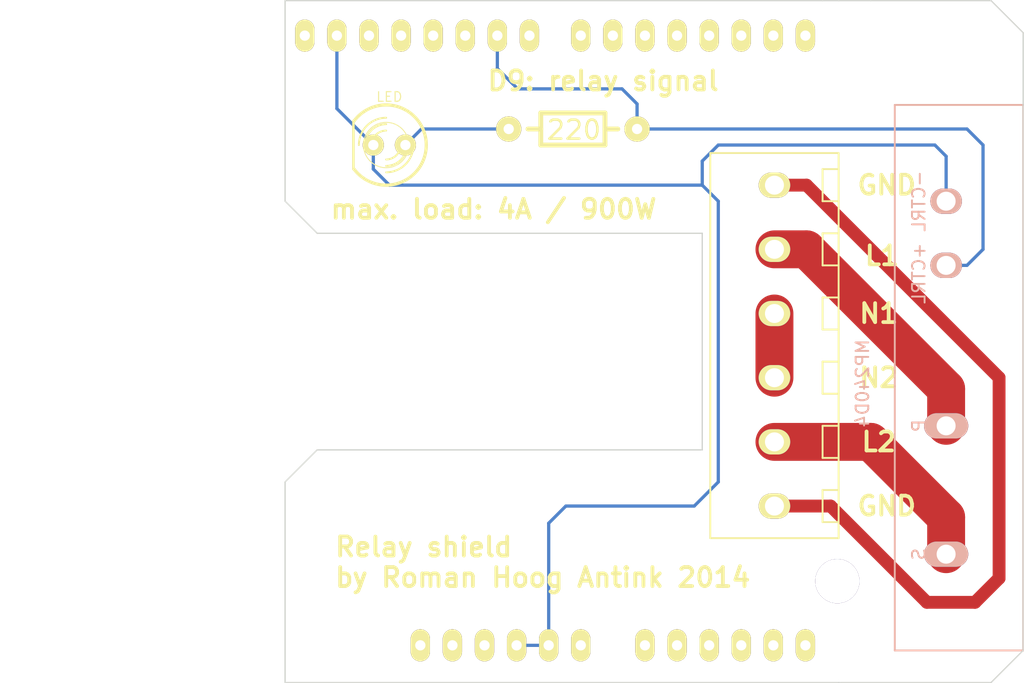
<source format=kicad_pcb>
(kicad_pcb (version 3) (host pcbnew "(2013-jul-14)-product")

  (general
    (links 11)
    (no_connects 0)
    (area 60.6411 45.0796 154.89823 106.5036)
    (thickness 1.6)
    (drawings 27)
    (tracks 43)
    (zones 0)
    (modules 6)
    (nets 32)
  )

  (page A4)
  (title_block
    (title DREHLICHT)
    (date "10 Jan 2014")
    (rev A)
    (company "Roman Hoog Antink")
  )

  (layers
    (15 F.Cu signal)
    (0 B.Cu signal)
    (16 B.Adhes user)
    (17 F.Adhes user)
    (18 B.Paste user)
    (19 F.Paste user)
    (20 B.SilkS user)
    (21 F.SilkS user)
    (22 B.Mask user)
    (23 F.Mask user)
    (24 Dwgs.User user hide)
    (25 Cmts.User user)
    (26 Eco1.User user)
    (27 Eco2.User user)
    (28 Edge.Cuts user)
  )

  (setup
    (last_trace_width 0.254)
    (trace_clearance 0.254)
    (zone_clearance 0.508)
    (zone_45_only no)
    (trace_min 0.254)
    (segment_width 0.2)
    (edge_width 0.1)
    (via_size 0.035)
    (via_drill 0.025)
    (via_min_size 0.035)
    (via_min_drill 0.02)
    (uvia_size 0.02)
    (uvia_drill 0.005)
    (uvias_allowed no)
    (uvia_min_size 0.0127)
    (uvia_min_drill 0)
    (pcb_text_width 0.3)
    (pcb_text_size 1.5 1.5)
    (mod_edge_width 0.15)
    (mod_text_size 1 1)
    (mod_text_width 0.15)
    (pad_size 1.5 1.5)
    (pad_drill 0.6)
    (pad_to_mask_clearance 0)
    (aux_axis_origin 84.455 51.435)
    (grid_origin 62.23 105.41)
    (visible_elements FFFFFF7F)
    (pcbplotparams
      (layerselection 284196865)
      (usegerberextensions true)
      (excludeedgelayer true)
      (linewidth 0.150000)
      (plotframeref false)
      (viasonmask false)
      (mode 1)
      (useauxorigin false)
      (hpglpennumber 1)
      (hpglpenspeed 20)
      (hpglpendiameter 15)
      (hpglpenoverlay 2)
      (psnegative false)
      (psa4output false)
      (plotreference true)
      (plotvalue true)
      (plotothertext true)
      (plotinvisibletext false)
      (padsonsilk false)
      (subtractmaskfromsilk false)
      (outputformat 1)
      (mirror false)
      (drillshape 0)
      (scaleselection 1)
      (outputdirectory gerber/))
  )

  (net 0 "")
  (net 1 GND)
  (net 2 "Net-(D1-Pad1)")
  (net 3 "Net-(R1-Pad1)")
  (net 4 "Net-(REL1-Pad1)")
  (net 5 "Net-(REL1-Pad2)")
  (net 6 "Net-(SHIELD1-Pad0)")
  (net 7 "Net-(SHIELD1-Pad1)")
  (net 8 "Net-(SHIELD1-Pad10)")
  (net 9 "Net-(SHIELD1-Pad11)")
  (net 10 "Net-(SHIELD1-Pad12)")
  (net 11 "Net-(SHIELD1-Pad13)")
  (net 12 "Net-(SHIELD1-Pad2)")
  (net 13 "Net-(SHIELD1-Pad3)")
  (net 14 "Net-(SHIELD1-Pad3V3)")
  (net 15 "Net-(SHIELD1-Pad4)")
  (net 16 "Net-(SHIELD1-Pad5)")
  (net 17 "Net-(SHIELD1-Pad5V)")
  (net 18 "Net-(SHIELD1-Pad6)")
  (net 19 "Net-(SHIELD1-Pad7)")
  (net 20 "Net-(SHIELD1-Pad8)")
  (net 21 "Net-(SHIELD1-PadAD0)")
  (net 22 "Net-(SHIELD1-PadAD1)")
  (net 23 "Net-(SHIELD1-PadAD2)")
  (net 24 "Net-(SHIELD1-PadAD3)")
  (net 25 "Net-(SHIELD1-PadAD4)")
  (net 26 "Net-(SHIELD1-PadAD5)")
  (net 27 "Net-(SHIELD1-PadAREF)")
  (net 28 "Net-(SHIELD1-PadRST)")
  (net 29 "Net-(SHIELD1-PadV_IN)")
  (net 30 "Net-(TERM1-Pad1)")
  (net 31 "Net-(TERM1-Pad3)")

  (net_class Default "Dies ist die voreingestellte Netzklasse."
    (clearance 0.254)
    (trace_width 0.254)
    (via_dia 0.035)
    (via_drill 0.025)
    (uvia_dia 0.02)
    (uvia_drill 0.005)
    (add_net "")
    (add_net GND)
    (add_net "Net-(D1-Pad1)")
    (add_net "Net-(R1-Pad1)")
    (add_net "Net-(SHIELD1-Pad0)")
    (add_net "Net-(SHIELD1-Pad1)")
    (add_net "Net-(SHIELD1-Pad10)")
    (add_net "Net-(SHIELD1-Pad11)")
    (add_net "Net-(SHIELD1-Pad12)")
    (add_net "Net-(SHIELD1-Pad13)")
    (add_net "Net-(SHIELD1-Pad2)")
    (add_net "Net-(SHIELD1-Pad3)")
    (add_net "Net-(SHIELD1-Pad3V3)")
    (add_net "Net-(SHIELD1-Pad4)")
    (add_net "Net-(SHIELD1-Pad5)")
    (add_net "Net-(SHIELD1-Pad5V)")
    (add_net "Net-(SHIELD1-Pad6)")
    (add_net "Net-(SHIELD1-Pad7)")
    (add_net "Net-(SHIELD1-Pad8)")
    (add_net "Net-(SHIELD1-PadAD0)")
    (add_net "Net-(SHIELD1-PadAD1)")
    (add_net "Net-(SHIELD1-PadAD2)")
    (add_net "Net-(SHIELD1-PadAD3)")
    (add_net "Net-(SHIELD1-PadAD4)")
    (add_net "Net-(SHIELD1-PadAD5)")
    (add_net "Net-(SHIELD1-PadAREF)")
    (add_net "Net-(SHIELD1-PadRST)")
    (add_net "Net-(SHIELD1-PadV_IN)")
  )

  (net_class 220AC ""
    (clearance 1.25)
    (trace_width 3)
    (via_dia 0.035)
    (via_drill 0.025)
    (uvia_dia 0.02)
    (uvia_drill 0.005)
    (add_net "Net-(REL1-Pad1)")
    (add_net "Net-(REL1-Pad2)")
    (add_net "Net-(TERM1-Pad3)")
  )

  (net_class AC_GND ""
    (clearance 1.25)
    (trace_width 1.016)
    (via_dia 0.035)
    (via_drill 0.025)
    (uvia_dia 0.02)
    (uvia_drill 0.005)
    (add_net "Net-(TERM1-Pad1)")
  )

  (module LEDs:LED-5MM (layer F.Cu) (tedit 52CF2A52) (tstamp 52CC728E)
    (at 92.71 62.865 180)
    (descr "LED 5mm - Lead pitch 100mil (2,54mm)")
    (tags "LED led 5mm 5MM 100mil 2,54mm")
    (path /52CDC780)
    (fp_text reference D1 (at 0 -3.81 180) (layer F.SilkS) hide
      (effects (font (size 0.762 0.762) (thickness 0.0889)))
    )
    (fp_text value LED (at 0 3.81 180) (layer F.SilkS)
      (effects (font (size 0.762 0.762) (thickness 0.0889)))
    )
    (fp_line (start 2.8448 1.905) (end 2.8448 -1.905) (layer F.SilkS) (width 0.2032))
    (fp_circle (center 0.254 0) (end -1.016 1.27) (layer F.SilkS) (width 0.0762))
    (fp_arc (start 0.254 0) (end 2.794 1.905) (angle 286.2) (layer F.SilkS) (width 0.254))
    (fp_arc (start 0.254 0) (end -0.889 0) (angle 90) (layer F.SilkS) (width 0.1524))
    (fp_arc (start 0.254 0) (end 1.397 0) (angle 90) (layer F.SilkS) (width 0.1524))
    (fp_arc (start 0.254 0) (end -1.397 0) (angle 90) (layer F.SilkS) (width 0.1524))
    (fp_arc (start 0.254 0) (end 1.905 0) (angle 90) (layer F.SilkS) (width 0.1524))
    (fp_arc (start 0.254 0) (end -1.905 0) (angle 90) (layer F.SilkS) (width 0.1524))
    (fp_arc (start 0.254 0) (end 2.413 0) (angle 90) (layer F.SilkS) (width 0.1524))
    (pad 1 thru_hole circle (at -1.27 0 180) (size 1.6764 1.6764) (drill 0.8128) (layers *.Cu *.Mask F.SilkS)
      (net 2 "Net-(D1-Pad1)"))
    (pad 2 thru_hole circle (at 1.27 0 180) (size 1.6764 1.6764) (drill 0.8128) (layers *.Cu *.Mask F.SilkS)
      (net 1 GND))
    (model discret/leds/led5_vertical_verde.wrl
      (at (xyz 0 0 0))
      (scale (xyz 1 1 1))
      (rotate (xyz 0 0 0))
    )
  )

  (module Resistors_ThroughHole:Resistor_Horizontal_RM10mm_22Apr2011 (layer F.Cu) (tedit 52D1CC92) (tstamp 52D31221)
    (at 107.315 61.595 180)
    (descr "Resistor, Axial,  RM 10mm, 1/3W,")
    (tags "Resistor, Axial, RM 10mm, 1/3W,")
    (path /52CDC76C)
    (fp_text reference R1 (at 0.24892 -3.50012 180) (layer F.SilkS) hide
      (effects (font (thickness 0.3048)))
    )
    (fp_text value 220 (at 0 -0.0762 180) (layer F.SilkS)
      (effects (font (size 1.50114 1.50114) (thickness 0.20066)))
    )
    (fp_line (start -2.46126 0) (end -3.47726 0) (layer F.SilkS) (width 0.381))
    (fp_line (start 2.61874 0) (end 3.63474 0) (layer F.SilkS) (width 0.381))
    (fp_line (start -2.46126 -1.27) (end 2.61874 -1.27) (layer F.SilkS) (width 0.381))
    (fp_line (start 2.61874 -1.27) (end 2.61874 1.27) (layer F.SilkS) (width 0.381))
    (fp_line (start 2.61874 1.27) (end -2.46126 1.27) (layer F.SilkS) (width 0.381))
    (fp_line (start -2.46126 1.27) (end -2.46126 -1.27) (layer F.SilkS) (width 0.381))
    (pad 1 thru_hole circle (at -5.00126 0 180) (size 1.99898 1.99898) (drill 0.8128) (layers *.Cu *.Mask F.SilkS)
      (net 3 "Net-(R1-Pad1)"))
    (pad 2 thru_hole circle (at 5.15874 0 180) (size 1.99898 1.99898) (drill 0.8128) (layers *.Cu *.Mask F.SilkS)
      (net 2 "Net-(D1-Pad1)"))
  )

  (module arduino:ARDUINO_SHIELD_2 (layer F.Cu) (tedit 52CF2FBA) (tstamp 52C5E1DA)
    (at 62.1411 105.0036)
    (path /52C480D2)
    (fp_text reference SHIELD1 (at 5.715 -57.15) (layer F.SilkS) hide
      (effects (font (thickness 0.3048)))
    )
    (fp_text value ARDUINO_SHIELD (at 10.16 -54.61) (layer F.SilkS) hide
      (effects (font (thickness 0.3048)))
    )
    (fp_line (start 0 -44.45) (end 10.16 -44.45) (layer Dwgs.User) (width 0.381))
    (fp_line (start 10.16 -44.45) (end 10.16 -31.75) (layer Dwgs.User) (width 0.381))
    (fp_line (start 10.16 -31.75) (end 0 -31.75) (layer Dwgs.User) (width 0.381))
    (fp_line (start 12.7 -4.318) (end 0 -4.318) (layer Dwgs.User) (width 0.381))
    (fp_line (start 0 -12.7) (end 12.7 -12.7) (layer Dwgs.User) (width 0.381))
    (fp_line (start 12.7 -12.7) (end 12.7 -4.572) (layer Dwgs.User) (width 0.381))
    (fp_circle (center 13.97 -2.54) (end 16.002 -1.524) (layer Dwgs.User) (width 0.381))
    (fp_circle (center 15.24 -50.8) (end 16.764 -49.276) (layer Dwgs.User) (width 0.381))
    (fp_circle (center 66.04 -7.62) (end 67.31 -6.096) (layer Dwgs.User) (width 0.381))
    (fp_circle (center 66.04 -35.56) (end 67.31 -34.036) (layer Dwgs.User) (width 0.381))
    (fp_line (start 66.04 -40.64) (end 66.04 -52.07) (layer Dwgs.User) (width 0.381))
    (fp_line (start 66.04 -52.07) (end 64.77 -53.34) (layer Dwgs.User) (width 0.381))
    (fp_line (start 64.77 -53.34) (end 0 -53.34) (layer Dwgs.User) (width 0.381))
    (fp_line (start 66.04 0) (end 0 0) (layer Dwgs.User) (width 0.381))
    (fp_line (start 0 0) (end 0 -53.34) (layer Dwgs.User) (width 0.381))
    (fp_line (start 66.04 -40.64) (end 68.58 -38.1) (layer Dwgs.User) (width 0.381))
    (fp_line (start 68.58 -38.1) (end 68.58 -5.08) (layer Dwgs.User) (width 0.381))
    (fp_line (start 68.58 -5.08) (end 66.04 -2.54) (layer Dwgs.User) (width 0.381))
    (fp_line (start 66.04 -2.54) (end 66.04 0) (layer Dwgs.User) (width 0.381))
    (pad AD5 thru_hole oval (at 63.5 -2.54 90) (size 2.54 1.524) (drill 0.8128) (layers *.Cu *.Mask F.SilkS)
      (net 26 "Net-(SHIELD1-PadAD5)"))
    (pad AD4 thru_hole oval (at 60.96 -2.54 90) (size 2.54 1.524) (drill 0.8128) (layers *.Cu *.Mask F.SilkS)
      (net 25 "Net-(SHIELD1-PadAD4)"))
    (pad AD3 thru_hole oval (at 58.42 -2.54 90) (size 2.54 1.524) (drill 0.8128) (layers *.Cu *.Mask F.SilkS)
      (net 24 "Net-(SHIELD1-PadAD3)"))
    (pad AD0 thru_hole oval (at 50.8 -2.54 90) (size 2.54 1.524) (drill 0.8128) (layers *.Cu *.Mask F.SilkS)
      (net 21 "Net-(SHIELD1-PadAD0)"))
    (pad AD1 thru_hole oval (at 53.34 -2.54 90) (size 2.54 1.524) (drill 0.8128) (layers *.Cu *.Mask F.SilkS)
      (net 22 "Net-(SHIELD1-PadAD1)"))
    (pad AD2 thru_hole oval (at 55.88 -2.54 90) (size 2.54 1.524) (drill 0.8128) (layers *.Cu *.Mask F.SilkS)
      (net 23 "Net-(SHIELD1-PadAD2)"))
    (pad V_IN thru_hole oval (at 45.72 -2.54 90) (size 2.54 1.524) (drill 0.8128) (layers *.Cu *.Mask F.SilkS)
      (net 29 "Net-(SHIELD1-PadV_IN)"))
    (pad GND2 thru_hole oval (at 43.18 -2.54 90) (size 2.54 1.524) (drill 0.8128) (layers *.Cu *.Mask F.SilkS)
      (net 1 GND))
    (pad GND1 thru_hole oval (at 40.64 -2.54 90) (size 2.54 1.524) (drill 0.8128) (layers *.Cu *.Mask F.SilkS)
      (net 1 GND))
    (pad 3V3 thru_hole oval (at 35.56 -2.54 90) (size 2.54 1.524) (drill 0.8128) (layers *.Cu *.Mask F.SilkS)
      (net 14 "Net-(SHIELD1-Pad3V3)"))
    (pad RST thru_hole oval (at 33.02 -2.54 90) (size 2.54 1.524) (drill 0.8128) (layers *.Cu *.Mask F.SilkS)
      (net 28 "Net-(SHIELD1-PadRST)"))
    (pad 0 thru_hole oval (at 63.5 -50.8 90) (size 2.54 1.524) (drill 0.8128) (layers *.Cu *.Mask F.SilkS)
      (net 6 "Net-(SHIELD1-Pad0)"))
    (pad 1 thru_hole oval (at 60.96 -50.8 90) (size 2.54 1.524) (drill 0.8128) (layers *.Cu *.Mask F.SilkS)
      (net 7 "Net-(SHIELD1-Pad1)"))
    (pad 2 thru_hole oval (at 58.42 -50.8 90) (size 2.54 1.524) (drill 0.8128) (layers *.Cu *.Mask F.SilkS)
      (net 12 "Net-(SHIELD1-Pad2)"))
    (pad 3 thru_hole oval (at 55.88 -50.8 90) (size 2.54 1.524) (drill 0.8128) (layers *.Cu *.Mask F.SilkS)
      (net 13 "Net-(SHIELD1-Pad3)"))
    (pad 4 thru_hole oval (at 53.34 -50.8 90) (size 2.54 1.524) (drill 0.8128) (layers *.Cu *.Mask F.SilkS)
      (net 15 "Net-(SHIELD1-Pad4)"))
    (pad 5 thru_hole oval (at 50.8 -50.8 90) (size 2.54 1.524) (drill 0.8128) (layers *.Cu *.Mask F.SilkS)
      (net 16 "Net-(SHIELD1-Pad5)"))
    (pad 6 thru_hole oval (at 48.26 -50.8 90) (size 2.54 1.524) (drill 0.8128) (layers *.Cu *.Mask F.SilkS)
      (net 18 "Net-(SHIELD1-Pad6)"))
    (pad 7 thru_hole oval (at 45.72 -50.8 90) (size 2.54 1.524) (drill 0.8128) (layers *.Cu *.Mask F.SilkS)
      (net 19 "Net-(SHIELD1-Pad7)"))
    (pad 8 thru_hole oval (at 41.656 -50.8 90) (size 2.54 1.524) (drill 0.8128) (layers *.Cu *.Mask F.SilkS)
      (net 20 "Net-(SHIELD1-Pad8)"))
    (pad 9 thru_hole oval (at 39.116 -50.8 90) (size 2.54 1.524) (drill 0.8128) (layers *.Cu *.Mask F.SilkS)
      (net 3 "Net-(R1-Pad1)"))
    (pad 10 thru_hole oval (at 36.576 -50.8 90) (size 2.54 1.524) (drill 0.8128) (layers *.Cu *.Mask F.SilkS)
      (net 8 "Net-(SHIELD1-Pad10)"))
    (pad 11 thru_hole oval (at 34.036 -50.8 90) (size 2.54 1.524) (drill 0.8128) (layers *.Cu *.Mask F.SilkS)
      (net 9 "Net-(SHIELD1-Pad11)"))
    (pad 12 thru_hole oval (at 31.496 -50.8 90) (size 2.54 1.524) (drill 0.8128) (layers *.Cu *.Mask F.SilkS)
      (net 10 "Net-(SHIELD1-Pad12)"))
    (pad 13 thru_hole oval (at 28.956 -50.8 90) (size 2.54 1.524) (drill 0.8128) (layers *.Cu *.Mask F.SilkS)
      (net 11 "Net-(SHIELD1-Pad13)"))
    (pad GND3 thru_hole oval (at 26.416 -50.8 90) (size 2.54 1.524) (drill 0.8128) (layers *.Cu *.Mask F.SilkS)
      (net 1 GND))
    (pad AREF thru_hole oval (at 23.876 -50.8 90) (size 2.54 1.524) (drill 0.8128) (layers *.Cu *.Mask F.SilkS)
      (net 27 "Net-(SHIELD1-PadAREF)"))
    (pad 5V thru_hole oval (at 38.1 -2.54 90) (size 2.54 1.524) (drill 0.8128) (layers *.Cu *.Mask F.SilkS)
      (net 17 "Net-(SHIELD1-Pad5V)"))
  )

  (module roman_sterm2:STERM6 (layer F.Cu) (tedit 52CF2FED) (tstamp 52CC666A)
    (at 123.19 78.74)
    (path /52CC5EC0)
    (fp_text reference TERM1 (at 3.81 0 90) (layer F.SilkS) hide
      (effects (font (size 1 1) (thickness 0.15)))
    )
    (fp_text value SCREWTERM6 (at -3.81 0 90) (layer F.SilkS) hide
      (effects (font (size 1 1) (thickness 0.15)))
    )
    (fp_line (start 5.08 11.43) (end 3.81 11.43) (layer F.SilkS) (width 0.15))
    (fp_line (start 3.81 11.43) (end 3.81 13.97) (layer F.SilkS) (width 0.15))
    (fp_line (start 3.81 13.97) (end 5.08 13.97) (layer F.SilkS) (width 0.15))
    (fp_line (start 5.08 6.35) (end 3.81 6.35) (layer F.SilkS) (width 0.15))
    (fp_line (start 3.81 6.35) (end 3.81 8.89) (layer F.SilkS) (width 0.15))
    (fp_line (start 3.81 8.89) (end 5.08 8.89) (layer F.SilkS) (width 0.15))
    (fp_line (start 5.08 1.27) (end 3.81 1.27) (layer F.SilkS) (width 0.15))
    (fp_line (start 3.81 1.27) (end 3.81 3.81) (layer F.SilkS) (width 0.15))
    (fp_line (start 3.81 3.81) (end 5.08 3.81) (layer F.SilkS) (width 0.15))
    (fp_line (start 5.08 -3.81) (end 3.81 -3.81) (layer F.SilkS) (width 0.15))
    (fp_line (start 3.81 -3.81) (end 3.81 -1.27) (layer F.SilkS) (width 0.15))
    (fp_line (start 3.81 -1.27) (end 5.08 -1.27) (layer F.SilkS) (width 0.15))
    (fp_line (start 5.08 -8.89) (end 3.81 -8.89) (layer F.SilkS) (width 0.15))
    (fp_line (start 3.81 -8.89) (end 3.81 -6.35) (layer F.SilkS) (width 0.15))
    (fp_line (start 3.81 -6.35) (end 5.08 -6.35) (layer F.SilkS) (width 0.15))
    (fp_line (start 5.08 -13.97) (end 3.81 -13.97) (layer F.SilkS) (width 0.15))
    (fp_line (start 3.81 -13.97) (end 3.81 -11.43) (layer F.SilkS) (width 0.15))
    (fp_line (start 3.81 -11.43) (end 5.08 -11.43) (layer F.SilkS) (width 0.15))
    (fp_line (start -5.08 -15.24) (end 5.08 -15.24) (layer F.SilkS) (width 0.15))
    (fp_line (start 5.08 -15.24) (end 5.08 15.24) (layer F.SilkS) (width 0.15))
    (fp_line (start 5.08 15.24) (end -5.08 15.24) (layer F.SilkS) (width 0.15))
    (fp_line (start -5.08 15.24) (end -5.08 -15.24) (layer F.SilkS) (width 0.15))
    (pad 1 thru_hole oval (at 0 -12.7) (size 2.5 2) (drill 1.5) (layers *.Cu *.Mask F.SilkS)
      (net 30 "Net-(TERM1-Pad1)") (clearance 1.25))
    (pad 2 thru_hole oval (at 0 -7.62) (size 2.5 2) (drill 1.5) (layers *.Cu *.Mask F.SilkS)
      (net 5 "Net-(REL1-Pad2)") (clearance 1.25))
    (pad 3 thru_hole oval (at 0 -2.54) (size 2.5 2) (drill 1.5) (layers *.Cu *.Mask F.SilkS)
      (net 31 "Net-(TERM1-Pad3)") (clearance 1.25))
    (pad 4 thru_hole oval (at 0 2.54) (size 2.5 2) (drill 1.5) (layers *.Cu *.Mask F.SilkS)
      (net 31 "Net-(TERM1-Pad3)") (clearance 1.25))
    (pad 5 thru_hole oval (at 0 7.62) (size 2.5 2) (drill 1.5) (layers *.Cu *.Mask F.SilkS)
      (net 4 "Net-(REL1-Pad1)") (clearance 1.25))
    (pad 6 thru_hole oval (at 0 12.7) (size 2.5 2) (drill 1.5) (layers *.Cu *.Mask F.SilkS)
      (net 30 "Net-(TERM1-Pad1)") (clearance 1.25))
  )

  (module roman_rel:MP240D4 (layer B.Cu) (tedit 52D1AD28) (tstamp 52D30FC0)
    (at 137.795 81.28 90)
    (path /52C5273F)
    (fp_text reference REL1 (at 2.54 -1.27 90) (layer B.SilkS) hide
      (effects (font (size 1 1) (thickness 0.15)) (justify mirror))
    )
    (fp_text value MP240D4 (at -0.449013 -7.633218 90) (layer B.SilkS)
      (effects (font (size 1 1) (thickness 0.15)) (justify mirror))
    )
    (fp_text user P (at -3.81 -3.175 90) (layer B.SilkS)
      (effects (font (size 1 1) (thickness 0.15)) (justify mirror))
    )
    (fp_text user S (at -13.97 -3.175 90) (layer B.SilkS)
      (effects (font (size 1 1) (thickness 0.15)) (justify mirror))
    )
    (fp_text user -CTRL (at 13.97 -3.175 90) (layer B.SilkS)
      (effects (font (size 1 1) (thickness 0.15)) (justify mirror))
    )
    (fp_text user +CTRL (at 8.255 -3.175 90) (layer B.SilkS)
      (effects (font (size 1 1) (thickness 0.15)) (justify mirror))
    )
    (fp_line (start -21.59 5.08) (end 21.59 5.08) (layer B.SilkS) (width 0.15))
    (fp_line (start 21.59 5.08) (end 21.59 -5.08) (layer B.SilkS) (width 0.15))
    (fp_line (start 21.59 -5.08) (end -21.59 -5.08) (layer B.SilkS) (width 0.15))
    (fp_line (start -21.59 -5.08) (end -21.59 5.08) (layer B.SilkS) (width 0.15))
    (pad 4 thru_hole oval (at 13.97 -1.016 90) (size 2 2.5) (drill 1.5) (layers *.Cu *.Mask B.SilkS)
      (net 1 GND))
    (pad 2 thru_hole oval (at -3.81 -1.016 90) (size 2 3.5) (drill 1.5) (layers *.Cu *.Mask B.SilkS)
      (net 5 "Net-(REL1-Pad2)"))
    (pad 3 thru_hole oval (at 8.89 -1.016 90) (size 2 2.5) (drill 1.5) (layers *.Cu *.Mask B.SilkS)
      (net 3 "Net-(R1-Pad1)"))
    (pad 1 thru_hole oval (at -13.97 -1.016 90) (size 2 3.5) (drill 1.5) (layers *.Cu *.Mask B.SilkS)
      (net 4 "Net-(REL1-Pad1)"))
  )

  (module Mounting_Holes:MountingHole_3-5mm_RevA_Date21Jun2010 (layer F.Cu) (tedit 52D447A3) (tstamp 52D44758)
    (at 128.1684 97.3836)
    (descr "Mounting hole, Befestigungsbohrung, 3,5mm, No Annular, Kein Restring,")
    (tags "Mounting hole, Befestigungsbohrung, 3,5mm, No Annular, Kein Restring,")
    (fp_text reference MH (at 0 -4.50088) (layer F.SilkS) hide
      (effects (font (thickness 0.3048)))
    )
    (fp_text value MountingHole_3-5mm_RevA_Date21Jun2010 (at 0 5.00126) (layer F.SilkS) hide
      (effects (font (thickness 0.3048)))
    )
    (fp_circle (center 0 0) (end 3.50012 0) (layer Cmts.User) (width 0.381))
    (pad 1 thru_hole circle (at 0 0) (size 3.50012 3.50012) (drill 3.50012) (layers))
  )

  (gr_line (start 140.335 105.41) (end 128.27 105.41) (angle 90) (layer Edge.Cuts) (width 0.1))
  (gr_line (start 142.875 97.155) (end 142.875 102.87) (angle 90) (layer Edge.Cuts) (width 0.1))
  (gr_line (start 130.81 51.435) (end 128.27 51.435) (angle 90) (layer Edge.Cuts) (width 0.1))
  (gr_line (start 142.875 53.975) (end 142.875 66.675) (angle 90) (layer Edge.Cuts) (width 0.1))
  (gr_line (start 86.995 69.85) (end 117.475 69.85) (angle 90) (layer Edge.Cuts) (width 0.1))
  (gr_line (start 84.455 67.31) (end 86.995 69.85) (angle 90) (layer Edge.Cuts) (width 0.1))
  (gr_line (start 84.455 51.435) (end 84.455 67.31) (angle 90) (layer Edge.Cuts) (width 0.1))
  (gr_line (start 86.995 86.995) (end 117.475 86.995) (angle 90) (layer Edge.Cuts) (width 0.1))
  (gr_line (start 84.455 89.535) (end 84.455 105.41) (angle 90) (layer Edge.Cuts) (width 0.1))
  (gr_line (start 86.995 86.995) (end 84.455 89.535) (angle 90) (layer Edge.Cuts) (width 0.1))
  (gr_text "max. load: 4A / 900W" (at 100.965 67.945) (layer F.SilkS)
    (effects (font (size 1.5 1.5) (thickness 0.3)))
  )
  (gr_text "D9: relay signal" (at 100.33 57.785) (layer F.SilkS)
    (effects (font (size 1.5 1.5) (thickness 0.3)) (justify left))
  )
  (gr_line (start 84.455 105.41) (end 128.27 105.41) (angle 90) (layer Edge.Cuts) (width 0.1))
  (gr_line (start 142.875 102.87) (end 140.335 105.41) (angle 90) (layer Edge.Cuts) (width 0.1))
  (gr_line (start 142.875 66.675) (end 142.875 97.155) (angle 90) (layer Edge.Cuts) (width 0.1))
  (gr_line (start 130.81 51.435) (end 140.335 51.435) (angle 90) (layer Edge.Cuts) (width 0.1))
  (gr_line (start 140.335 51.435) (end 142.875 53.975) (angle 90) (layer Edge.Cuts) (width 0.1))
  (gr_line (start 117.475 69.85) (end 117.475 86.995) (angle 90) (layer Edge.Cuts) (width 0.1))
  (gr_line (start 127 51.435) (end 128.27 51.435) (angle 90) (layer Edge.Cuts) (width 0.1))
  (gr_text "Relay shield\nby Roman Hoog Antink 2014" (at 88.265 95.885) (layer F.SilkS)
    (effects (font (size 1.5 1.5) (thickness 0.3)) (justify left))
  )
  (gr_line (start 84.455 51.435) (end 127 51.435) (angle 90) (layer Edge.Cuts) (width 0.1))
  (gr_text GND (at 132.08 91.44) (layer F.SilkS)
    (effects (font (size 1.5 1.5) (thickness 0.3)))
  )
  (gr_text L2 (at 131.445 86.36) (layer F.SilkS)
    (effects (font (size 1.5 1.5) (thickness 0.3)))
  )
  (gr_text N2 (at 131.445 81.28) (layer F.SilkS)
    (effects (font (size 1.5 1.5) (thickness 0.3)))
  )
  (gr_text N1 (at 131.445 76.2) (layer F.SilkS)
    (effects (font (size 1.5 1.5) (thickness 0.3)))
  )
  (gr_text L1 (at 131.699 71.628) (layer F.SilkS)
    (effects (font (size 1.5 1.5) (thickness 0.3)))
  )
  (gr_text GND (at 132.08 66.04) (layer F.SilkS)
    (effects (font (size 1.5 1.5) (thickness 0.3)))
  )

  (segment (start 88.5571 54.2036) (end 88.5571 59.9821) (width 0.254) (layer B.Cu) (net 1) (status 400000))
  (segment (start 88.5571 59.9821) (end 91.44 62.865) (width 0.254) (layer B.Cu) (net 1) (tstamp 532B473D) (status 800000))
  (segment (start 136.779 67.31) (end 136.779 63.754) (width 0.254) (layer B.Cu) (net 1) (status 400000))
  (segment (start 117.475 64.135) (end 117.475 66.04) (width 0.254) (layer B.Cu) (net 1) (tstamp 532B46F5))
  (segment (start 118.745 62.865) (end 117.475 64.135) (width 0.254) (layer B.Cu) (net 1) (tstamp 532B46EE))
  (segment (start 135.89 62.865) (end 118.745 62.865) (width 0.254) (layer B.Cu) (net 1) (tstamp 532B46DC))
  (segment (start 136.779 63.754) (end 135.89 62.865) (width 0.254) (layer B.Cu) (net 1) (tstamp 532B46D9))
  (segment (start 105.3211 102.4636) (end 102.7811 102.4636) (width 0.254) (layer B.Cu) (net 1))
  (segment (start 91.44 62.865) (end 91.44 64.77) (width 0.254) (layer B.Cu) (net 1))
  (segment (start 105.3211 92.7989) (end 105.3211 102.4636) (width 0.254) (layer B.Cu) (net 1) (tstamp 532B3E7A))
  (segment (start 106.68 91.44) (end 105.3211 92.7989) (width 0.254) (layer B.Cu) (net 1) (tstamp 532B3E77))
  (segment (start 116.84 91.44) (end 106.68 91.44) (width 0.254) (layer B.Cu) (net 1) (tstamp 532B3E73))
  (segment (start 118.745 89.535) (end 116.84 91.44) (width 0.254) (layer B.Cu) (net 1) (tstamp 532B3E71))
  (segment (start 118.745 67.31) (end 118.745 89.535) (width 0.254) (layer B.Cu) (net 1) (tstamp 532B3E6A))
  (segment (start 117.475 66.04) (end 118.745 67.31) (width 0.254) (layer B.Cu) (net 1) (tstamp 532B3E61))
  (segment (start 92.71 66.04) (end 117.475 66.04) (width 0.254) (layer B.Cu) (net 1) (tstamp 532B3E59))
  (segment (start 91.44 64.77) (end 92.71 66.04) (width 0.254) (layer B.Cu) (net 1) (tstamp 532B3E54))
  (segment (start 102.15626 61.595) (end 95.25 61.595) (width 0.254) (layer B.Cu) (net 2) (status 400000))
  (segment (start 95.25 61.595) (end 93.98 62.865) (width 0.254) (layer B.Cu) (net 2) (tstamp 532B4733) (status 800000))
  (segment (start 112.31626 61.595) (end 112.31626 59.61126) (width 0.254) (layer B.Cu) (net 3) (status 400000))
  (segment (start 101.2571 56.8071) (end 101.2571 54.2036) (width 0.254) (layer B.Cu) (net 3) (tstamp 532B472D) (status 800000))
  (segment (start 102.87 58.42) (end 101.2571 56.8071) (width 0.254) (layer B.Cu) (net 3) (tstamp 532B472A))
  (segment (start 111.125 58.42) (end 102.87 58.42) (width 0.254) (layer B.Cu) (net 3) (tstamp 532B4727))
  (segment (start 112.31626 59.61126) (end 111.125 58.42) (width 0.254) (layer B.Cu) (net 3) (tstamp 532B4723))
  (segment (start 112.31626 61.595) (end 138.43 61.595) (width 0.254) (layer B.Cu) (net 3))
  (segment (start 138.43 72.39) (end 136.779 72.39) (width 0.254) (layer B.Cu) (net 3) (tstamp 532B46BF))
  (segment (start 139.7 71.12) (end 138.43 72.39) (width 0.254) (layer B.Cu) (net 3) (tstamp 532B46BE))
  (segment (start 139.7 62.865) (end 139.7 71.12) (width 0.254) (layer B.Cu) (net 3) (tstamp 532B46BB))
  (segment (start 138.43 61.595) (end 139.7 62.865) (width 0.254) (layer B.Cu) (net 3) (tstamp 532B46A8))
  (segment (start 123.19 86.36) (end 130.81 86.36) (width 3) (layer F.Cu) (net 4))
  (segment (start 136.779 92.329) (end 136.779 95.25) (width 3) (layer F.Cu) (net 4) (tstamp 52D314A1))
  (segment (start 130.81 86.36) (end 136.779 92.329) (width 3) (layer F.Cu) (net 4) (tstamp 52D31496))
  (segment (start 123.19 71.12) (end 125.73 71.12) (width 3) (layer F.Cu) (net 5))
  (segment (start 136.779 82.169) (end 136.779 85.09) (width 3) (layer F.Cu) (net 5) (tstamp 52D31484))
  (segment (start 125.73 71.12) (end 136.779 82.169) (width 3) (layer F.Cu) (net 5) (tstamp 52D31461))
  (segment (start 123.19 66.04) (end 125.73 66.04) (width 1.016) (layer F.Cu) (net 30))
  (segment (start 125.73 66.04) (end 140.97 81.28) (width 1.016) (layer F.Cu) (net 30) (tstamp 52D3153A))
  (segment (start 140.97 81.28) (end 140.97 97.155) (width 1.016) (layer F.Cu) (net 30) (tstamp 52D31545))
  (segment (start 140.97 97.155) (end 139.065 99.06) (width 1.016) (layer F.Cu) (net 30) (tstamp 52D3154E))
  (segment (start 139.065 99.06) (end 135.255 99.06) (width 1.016) (layer F.Cu) (net 30) (tstamp 52D31559))
  (segment (start 135.255 99.06) (end 127.635 91.44) (width 1.016) (layer F.Cu) (net 30) (tstamp 52D3155F))
  (segment (start 127.635 91.44) (end 123.19 91.44) (width 1.016) (layer F.Cu) (net 30) (tstamp 52D3156C))
  (segment (start 123.19 81.28) (end 123.19 76.2) (width 3) (layer F.Cu) (net 31))

)

</source>
